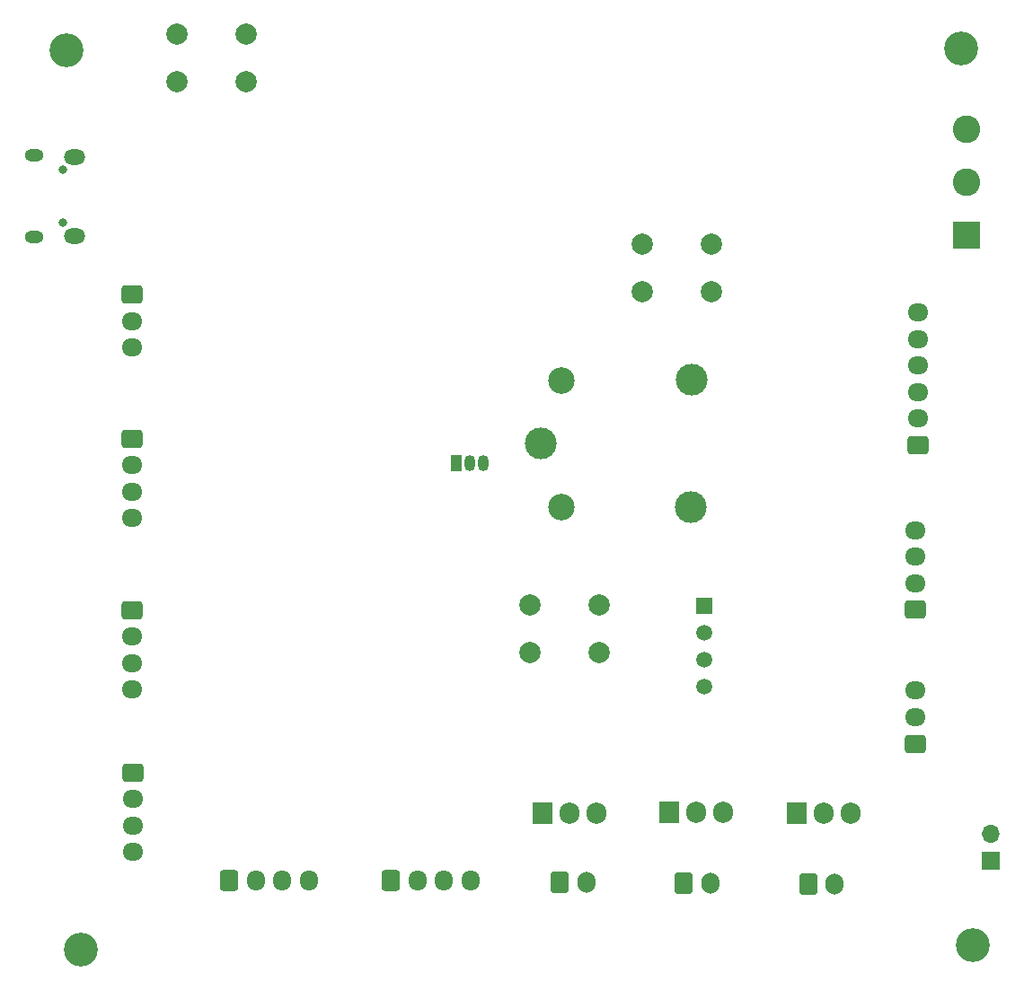
<source format=gbr>
%TF.GenerationSoftware,KiCad,Pcbnew,8.0.7*%
%TF.CreationDate,2025-02-15T14:18:59+03:00*%
%TF.ProjectId,IoT Edge Device V1,496f5420-4564-4676-9520-446576696365,rev?*%
%TF.SameCoordinates,Original*%
%TF.FileFunction,Soldermask,Bot*%
%TF.FilePolarity,Negative*%
%FSLAX46Y46*%
G04 Gerber Fmt 4.6, Leading zero omitted, Abs format (unit mm)*
G04 Created by KiCad (PCBNEW 8.0.7) date 2025-02-15 14:18:59*
%MOMM*%
%LPD*%
G01*
G04 APERTURE LIST*
G04 Aperture macros list*
%AMRoundRect*
0 Rectangle with rounded corners*
0 $1 Rounding radius*
0 $2 $3 $4 $5 $6 $7 $8 $9 X,Y pos of 4 corners*
0 Add a 4 corners polygon primitive as box body*
4,1,4,$2,$3,$4,$5,$6,$7,$8,$9,$2,$3,0*
0 Add four circle primitives for the rounded corners*
1,1,$1+$1,$2,$3*
1,1,$1+$1,$4,$5*
1,1,$1+$1,$6,$7*
1,1,$1+$1,$8,$9*
0 Add four rect primitives between the rounded corners*
20,1,$1+$1,$2,$3,$4,$5,0*
20,1,$1+$1,$4,$5,$6,$7,0*
20,1,$1+$1,$6,$7,$8,$9,0*
20,1,$1+$1,$8,$9,$2,$3,0*%
G04 Aperture macros list end*
%ADD10C,3.200000*%
%ADD11RoundRect,0.250000X0.725000X-0.600000X0.725000X0.600000X-0.725000X0.600000X-0.725000X-0.600000X0*%
%ADD12O,1.950000X1.700000*%
%ADD13R,1.050000X1.500000*%
%ADD14O,1.050000X1.500000*%
%ADD15R,2.600000X2.600000*%
%ADD16C,2.600000*%
%ADD17O,0.800000X0.800000*%
%ADD18O,1.800000X1.150000*%
%ADD19O,2.000000X1.450000*%
%ADD20RoundRect,0.250000X-0.600000X-0.750000X0.600000X-0.750000X0.600000X0.750000X-0.600000X0.750000X0*%
%ADD21O,1.700000X2.000000*%
%ADD22C,2.000000*%
%ADD23R,1.905000X2.000000*%
%ADD24O,1.905000X2.000000*%
%ADD25RoundRect,0.250000X-0.725000X0.600000X-0.725000X-0.600000X0.725000X-0.600000X0.725000X0.600000X0*%
%ADD26C,3.000000*%
%ADD27C,2.500000*%
%ADD28RoundRect,0.250000X-0.600000X-0.725000X0.600000X-0.725000X0.600000X0.725000X-0.600000X0.725000X0*%
%ADD29O,1.700000X1.950000*%
%ADD30R,1.700000X1.700000*%
%ADD31O,1.700000X1.700000*%
%ADD32R,1.500000X1.500000*%
%ADD33C,1.500000*%
G04 APERTURE END LIST*
D10*
%TO.C,H1*%
X99822000Y-50546000D03*
%TD*%
D11*
%TO.C,J7*%
X179832000Y-103338000D03*
D12*
X179832000Y-100838000D03*
X179832000Y-98338000D03*
X179832000Y-95838000D03*
%TD*%
D13*
%TO.C,Q1*%
X136614000Y-89534000D03*
D14*
X137884000Y-89534000D03*
X139154000Y-89534000D03*
%TD*%
D15*
%TO.C,J16*%
X184709000Y-67992000D03*
D16*
X184709000Y-62992000D03*
X184709000Y-57992000D03*
%TD*%
D10*
%TO.C,H2*%
X101219000Y-135382000D03*
%TD*%
D17*
%TO.C,J1*%
X99525000Y-61835000D03*
X99525000Y-66835000D03*
D18*
X96775000Y-60460000D03*
D19*
X100575000Y-60610000D03*
X100575000Y-68060000D03*
D18*
X96775000Y-68210000D03*
%TD*%
D20*
%TO.C,J13*%
X169746000Y-129195000D03*
D21*
X172246000Y-129195000D03*
%TD*%
D20*
%TO.C,J11*%
X146324000Y-129011000D03*
D21*
X148824000Y-129011000D03*
%TD*%
D22*
%TO.C,SW1*%
X160603000Y-73370000D03*
X154103000Y-73370000D03*
X160603000Y-68870000D03*
X154103000Y-68870000D03*
%TD*%
D11*
%TO.C,J2*%
X180086000Y-87804000D03*
D12*
X180086000Y-85304000D03*
X180086000Y-82804000D03*
X180086000Y-80304000D03*
X180086000Y-77804000D03*
X180086000Y-75304000D03*
%TD*%
D23*
%TO.C,U4*%
X168656000Y-122555000D03*
D24*
X171196000Y-122555000D03*
X173736000Y-122555000D03*
%TD*%
D25*
%TO.C,J8*%
X106066000Y-118678000D03*
D12*
X106066000Y-121178000D03*
X106066000Y-123678000D03*
X106066000Y-126178000D03*
%TD*%
D26*
%TO.C,K1*%
X144535000Y-87630000D03*
D27*
X146485000Y-93680000D03*
D26*
X158685000Y-93680000D03*
X158735000Y-81630000D03*
D27*
X146485000Y-81680000D03*
%TD*%
D22*
%TO.C,SW2*%
X110287500Y-49033500D03*
X116787500Y-49033500D03*
X110287500Y-53533500D03*
X116787500Y-53533500D03*
%TD*%
D25*
%TO.C,J4*%
X105999500Y-87212500D03*
D12*
X105999500Y-89712500D03*
X105999500Y-92212500D03*
X105999500Y-94712500D03*
%TD*%
D23*
%TO.C,U2*%
X144729000Y-122528000D03*
D24*
X147269000Y-122528000D03*
X149809000Y-122528000D03*
%TD*%
D11*
%TO.C,J6*%
X179864000Y-115970000D03*
D12*
X179864000Y-113470000D03*
X179864000Y-110970000D03*
%TD*%
D23*
%TO.C,U3*%
X156658000Y-122469000D03*
D24*
X159198000Y-122469000D03*
X161738000Y-122469000D03*
%TD*%
D20*
%TO.C,J12*%
X158028000Y-129159000D03*
D21*
X160528000Y-129159000D03*
%TD*%
D25*
%TO.C,J10*%
X106049500Y-73587500D03*
D12*
X106049500Y-76087500D03*
X106049500Y-78587500D03*
%TD*%
D28*
%TO.C,J5*%
X115182000Y-128905000D03*
D29*
X117682000Y-128905000D03*
X120182000Y-128905000D03*
X122682000Y-128905000D03*
%TD*%
D30*
%TO.C,J14*%
X186944000Y-127000000D03*
D31*
X186944000Y-124460000D03*
%TD*%
D25*
%TO.C,J3*%
X106049500Y-103362500D03*
D12*
X106049500Y-105862500D03*
X106049500Y-108362500D03*
X106049500Y-110862500D03*
%TD*%
D28*
%TO.C,J9*%
X130422000Y-128905000D03*
D29*
X132922000Y-128905000D03*
X135422000Y-128905000D03*
X137922000Y-128905000D03*
%TD*%
D22*
%TO.C,SW3*%
X143562000Y-102906000D03*
X150062000Y-102906000D03*
X143562000Y-107406000D03*
X150062000Y-107406000D03*
%TD*%
D32*
%TO.C,U7*%
X159990500Y-102967500D03*
D33*
X159990500Y-105507500D03*
X159990500Y-108047500D03*
X159990500Y-110587500D03*
%TD*%
D10*
%TO.C,H4*%
X185293000Y-135001000D03*
%TD*%
%TO.C,H3*%
X184150000Y-50419000D03*
%TD*%
M02*

</source>
